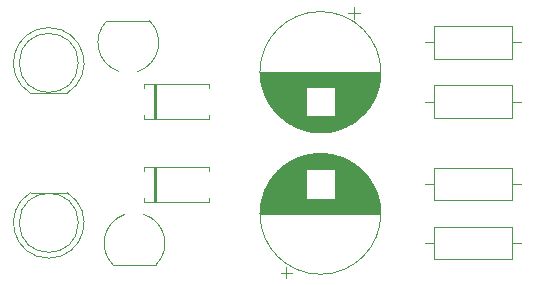
<source format=gbr>
G04 #@! TF.GenerationSoftware,KiCad,Pcbnew,5.1.4-e60b266~84~ubuntu18.04.1*
G04 #@! TF.CreationDate,2019-12-16T22:47:14+01:00*
G04 #@! TF.ProjectId,astabile-kippstufe,61737461-6269-46c6-952d-6b6970707374,rev?*
G04 #@! TF.SameCoordinates,PX754d4c0PY5f5e100*
G04 #@! TF.FileFunction,Legend,Top*
G04 #@! TF.FilePolarity,Positive*
%FSLAX46Y46*%
G04 Gerber Fmt 4.6, Leading zero omitted, Abs format (unit mm)*
G04 Created by KiCad (PCBNEW 5.1.4-e60b266~84~ubuntu18.04.1) date 2019-12-16 22:47:14*
%MOMM*%
%LPD*%
G04 APERTURE LIST*
%ADD10C,0.120000*%
G04 APERTURE END LIST*
D10*
X34120000Y10500000D02*
G75*
G03X34120000Y10500000I-5120000J0D01*
G01*
X23920000Y10500000D02*
X34080000Y10500000D01*
X23920000Y10540000D02*
X34080000Y10540000D01*
X23920000Y10580000D02*
X34080000Y10580000D01*
X23921000Y10620000D02*
X34079000Y10620000D01*
X23922000Y10660000D02*
X34078000Y10660000D01*
X23923000Y10700000D02*
X34077000Y10700000D01*
X23925000Y10740000D02*
X34075000Y10740000D01*
X23927000Y10780000D02*
X34073000Y10780000D01*
X23930000Y10820000D02*
X34070000Y10820000D01*
X23932000Y10860000D02*
X34068000Y10860000D01*
X23935000Y10900000D02*
X34065000Y10900000D01*
X23938000Y10940000D02*
X34062000Y10940000D01*
X23942000Y10980000D02*
X34058000Y10980000D01*
X23946000Y11020000D02*
X34054000Y11020000D01*
X23950000Y11060000D02*
X34050000Y11060000D01*
X23955000Y11100000D02*
X34045000Y11100000D01*
X23960000Y11140000D02*
X34040000Y11140000D01*
X23965000Y11180000D02*
X34035000Y11180000D01*
X23970000Y11221000D02*
X34030000Y11221000D01*
X23976000Y11261000D02*
X34024000Y11261000D01*
X23982000Y11301000D02*
X34018000Y11301000D01*
X23989000Y11341000D02*
X34011000Y11341000D01*
X23996000Y11381000D02*
X34004000Y11381000D01*
X24003000Y11421000D02*
X33997000Y11421000D01*
X24010000Y11461000D02*
X33990000Y11461000D01*
X24018000Y11501000D02*
X33982000Y11501000D01*
X24026000Y11541000D02*
X33974000Y11541000D01*
X24035000Y11581000D02*
X33965000Y11581000D01*
X24044000Y11621000D02*
X33956000Y11621000D01*
X24053000Y11661000D02*
X33947000Y11661000D01*
X24062000Y11701000D02*
X33938000Y11701000D01*
X24072000Y11741000D02*
X33928000Y11741000D01*
X24082000Y11781000D02*
X27759000Y11781000D01*
X30241000Y11781000D02*
X33918000Y11781000D01*
X24093000Y11821000D02*
X27759000Y11821000D01*
X30241000Y11821000D02*
X33907000Y11821000D01*
X24103000Y11861000D02*
X27759000Y11861000D01*
X30241000Y11861000D02*
X33897000Y11861000D01*
X24115000Y11901000D02*
X27759000Y11901000D01*
X30241000Y11901000D02*
X33885000Y11901000D01*
X24126000Y11941000D02*
X27759000Y11941000D01*
X30241000Y11941000D02*
X33874000Y11941000D01*
X24138000Y11981000D02*
X27759000Y11981000D01*
X30241000Y11981000D02*
X33862000Y11981000D01*
X24150000Y12021000D02*
X27759000Y12021000D01*
X30241000Y12021000D02*
X33850000Y12021000D01*
X24163000Y12061000D02*
X27759000Y12061000D01*
X30241000Y12061000D02*
X33837000Y12061000D01*
X24176000Y12101000D02*
X27759000Y12101000D01*
X30241000Y12101000D02*
X33824000Y12101000D01*
X24189000Y12141000D02*
X27759000Y12141000D01*
X30241000Y12141000D02*
X33811000Y12141000D01*
X24203000Y12181000D02*
X27759000Y12181000D01*
X30241000Y12181000D02*
X33797000Y12181000D01*
X24217000Y12221000D02*
X27759000Y12221000D01*
X30241000Y12221000D02*
X33783000Y12221000D01*
X24232000Y12261000D02*
X27759000Y12261000D01*
X30241000Y12261000D02*
X33768000Y12261000D01*
X24246000Y12301000D02*
X27759000Y12301000D01*
X30241000Y12301000D02*
X33754000Y12301000D01*
X24262000Y12341000D02*
X27759000Y12341000D01*
X30241000Y12341000D02*
X33738000Y12341000D01*
X24277000Y12381000D02*
X27759000Y12381000D01*
X30241000Y12381000D02*
X33723000Y12381000D01*
X24293000Y12421000D02*
X27759000Y12421000D01*
X30241000Y12421000D02*
X33707000Y12421000D01*
X24310000Y12461000D02*
X27759000Y12461000D01*
X30241000Y12461000D02*
X33690000Y12461000D01*
X24326000Y12501000D02*
X27759000Y12501000D01*
X30241000Y12501000D02*
X33674000Y12501000D01*
X24343000Y12541000D02*
X27759000Y12541000D01*
X30241000Y12541000D02*
X33657000Y12541000D01*
X24361000Y12581000D02*
X27759000Y12581000D01*
X30241000Y12581000D02*
X33639000Y12581000D01*
X24379000Y12621000D02*
X27759000Y12621000D01*
X30241000Y12621000D02*
X33621000Y12621000D01*
X24397000Y12661000D02*
X27759000Y12661000D01*
X30241000Y12661000D02*
X33603000Y12661000D01*
X24416000Y12701000D02*
X27759000Y12701000D01*
X30241000Y12701000D02*
X33584000Y12701000D01*
X24436000Y12741000D02*
X27759000Y12741000D01*
X30241000Y12741000D02*
X33564000Y12741000D01*
X24455000Y12781000D02*
X27759000Y12781000D01*
X30241000Y12781000D02*
X33545000Y12781000D01*
X24475000Y12821000D02*
X27759000Y12821000D01*
X30241000Y12821000D02*
X33525000Y12821000D01*
X24496000Y12861000D02*
X27759000Y12861000D01*
X30241000Y12861000D02*
X33504000Y12861000D01*
X24517000Y12901000D02*
X27759000Y12901000D01*
X30241000Y12901000D02*
X33483000Y12901000D01*
X24538000Y12941000D02*
X27759000Y12941000D01*
X30241000Y12941000D02*
X33462000Y12941000D01*
X24560000Y12981000D02*
X27759000Y12981000D01*
X30241000Y12981000D02*
X33440000Y12981000D01*
X24583000Y13021000D02*
X27759000Y13021000D01*
X30241000Y13021000D02*
X33417000Y13021000D01*
X24605000Y13061000D02*
X27759000Y13061000D01*
X30241000Y13061000D02*
X33395000Y13061000D01*
X24629000Y13101000D02*
X27759000Y13101000D01*
X30241000Y13101000D02*
X33371000Y13101000D01*
X24653000Y13141000D02*
X27759000Y13141000D01*
X30241000Y13141000D02*
X33347000Y13141000D01*
X24677000Y13181000D02*
X27759000Y13181000D01*
X30241000Y13181000D02*
X33323000Y13181000D01*
X24702000Y13221000D02*
X27759000Y13221000D01*
X30241000Y13221000D02*
X33298000Y13221000D01*
X24727000Y13261000D02*
X27759000Y13261000D01*
X30241000Y13261000D02*
X33273000Y13261000D01*
X24753000Y13301000D02*
X27759000Y13301000D01*
X30241000Y13301000D02*
X33247000Y13301000D01*
X24779000Y13341000D02*
X27759000Y13341000D01*
X30241000Y13341000D02*
X33221000Y13341000D01*
X24806000Y13381000D02*
X27759000Y13381000D01*
X30241000Y13381000D02*
X33194000Y13381000D01*
X24834000Y13421000D02*
X27759000Y13421000D01*
X30241000Y13421000D02*
X33166000Y13421000D01*
X24862000Y13461000D02*
X27759000Y13461000D01*
X30241000Y13461000D02*
X33138000Y13461000D01*
X24890000Y13501000D02*
X27759000Y13501000D01*
X30241000Y13501000D02*
X33110000Y13501000D01*
X24920000Y13541000D02*
X27759000Y13541000D01*
X30241000Y13541000D02*
X33080000Y13541000D01*
X24950000Y13581000D02*
X27759000Y13581000D01*
X30241000Y13581000D02*
X33050000Y13581000D01*
X24980000Y13621000D02*
X27759000Y13621000D01*
X30241000Y13621000D02*
X33020000Y13621000D01*
X25011000Y13661000D02*
X27759000Y13661000D01*
X30241000Y13661000D02*
X32989000Y13661000D01*
X25043000Y13701000D02*
X27759000Y13701000D01*
X30241000Y13701000D02*
X32957000Y13701000D01*
X25075000Y13741000D02*
X27759000Y13741000D01*
X30241000Y13741000D02*
X32925000Y13741000D01*
X25108000Y13781000D02*
X27759000Y13781000D01*
X30241000Y13781000D02*
X32892000Y13781000D01*
X25142000Y13821000D02*
X27759000Y13821000D01*
X30241000Y13821000D02*
X32858000Y13821000D01*
X25176000Y13861000D02*
X27759000Y13861000D01*
X30241000Y13861000D02*
X32824000Y13861000D01*
X25211000Y13901000D02*
X27759000Y13901000D01*
X30241000Y13901000D02*
X32789000Y13901000D01*
X25247000Y13941000D02*
X27759000Y13941000D01*
X30241000Y13941000D02*
X32753000Y13941000D01*
X25284000Y13981000D02*
X27759000Y13981000D01*
X30241000Y13981000D02*
X32716000Y13981000D01*
X25321000Y14021000D02*
X27759000Y14021000D01*
X30241000Y14021000D02*
X32679000Y14021000D01*
X25360000Y14061000D02*
X27759000Y14061000D01*
X30241000Y14061000D02*
X32640000Y14061000D01*
X25399000Y14101000D02*
X27759000Y14101000D01*
X30241000Y14101000D02*
X32601000Y14101000D01*
X25439000Y14141000D02*
X27759000Y14141000D01*
X30241000Y14141000D02*
X32561000Y14141000D01*
X25480000Y14181000D02*
X27759000Y14181000D01*
X30241000Y14181000D02*
X32520000Y14181000D01*
X25522000Y14221000D02*
X27759000Y14221000D01*
X30241000Y14221000D02*
X32478000Y14221000D01*
X25564000Y14261000D02*
X32436000Y14261000D01*
X25608000Y14301000D02*
X32392000Y14301000D01*
X25653000Y14341000D02*
X32347000Y14341000D01*
X25699000Y14381000D02*
X32301000Y14381000D01*
X25746000Y14421000D02*
X32254000Y14421000D01*
X25794000Y14461000D02*
X32206000Y14461000D01*
X25844000Y14501000D02*
X32156000Y14501000D01*
X25894000Y14541000D02*
X32106000Y14541000D01*
X25946000Y14581000D02*
X32054000Y14581000D01*
X26000000Y14621000D02*
X32000000Y14621000D01*
X26055000Y14661000D02*
X31945000Y14661000D01*
X26111000Y14701000D02*
X31889000Y14701000D01*
X26170000Y14741000D02*
X31830000Y14741000D01*
X26230000Y14781000D02*
X31770000Y14781000D01*
X26291000Y14821000D02*
X31709000Y14821000D01*
X26355000Y14861000D02*
X31645000Y14861000D01*
X26421000Y14901000D02*
X31579000Y14901000D01*
X26490000Y14941000D02*
X31510000Y14941000D01*
X26561000Y14981000D02*
X31439000Y14981000D01*
X26635000Y15021000D02*
X31365000Y15021000D01*
X26711000Y15061000D02*
X31289000Y15061000D01*
X26791000Y15101000D02*
X31209000Y15101000D01*
X26875000Y15141000D02*
X31125000Y15141000D01*
X26963000Y15181000D02*
X31037000Y15181000D01*
X27056000Y15221000D02*
X30944000Y15221000D01*
X27154000Y15261000D02*
X30846000Y15261000D01*
X27258000Y15301000D02*
X30742000Y15301000D01*
X27370000Y15341000D02*
X30630000Y15341000D01*
X27490000Y15381000D02*
X30510000Y15381000D01*
X27622000Y15421000D02*
X30378000Y15421000D01*
X27770000Y15461000D02*
X30230000Y15461000D01*
X27938000Y15501000D02*
X30062000Y15501000D01*
X28138000Y15541000D02*
X29862000Y15541000D01*
X28401000Y15581000D02*
X29599000Y15581000D01*
X26125000Y5020354D02*
X26125000Y6020354D01*
X25625000Y5520354D02*
X26625000Y5520354D01*
X34120000Y22500000D02*
G75*
G03X34120000Y22500000I-5120000J0D01*
G01*
X34080000Y22500000D02*
X23920000Y22500000D01*
X34080000Y22460000D02*
X23920000Y22460000D01*
X34080000Y22420000D02*
X23920000Y22420000D01*
X34079000Y22380000D02*
X23921000Y22380000D01*
X34078000Y22340000D02*
X23922000Y22340000D01*
X34077000Y22300000D02*
X23923000Y22300000D01*
X34075000Y22260000D02*
X23925000Y22260000D01*
X34073000Y22220000D02*
X23927000Y22220000D01*
X34070000Y22180000D02*
X23930000Y22180000D01*
X34068000Y22140000D02*
X23932000Y22140000D01*
X34065000Y22100000D02*
X23935000Y22100000D01*
X34062000Y22060000D02*
X23938000Y22060000D01*
X34058000Y22020000D02*
X23942000Y22020000D01*
X34054000Y21980000D02*
X23946000Y21980000D01*
X34050000Y21940000D02*
X23950000Y21940000D01*
X34045000Y21900000D02*
X23955000Y21900000D01*
X34040000Y21860000D02*
X23960000Y21860000D01*
X34035000Y21820000D02*
X23965000Y21820000D01*
X34030000Y21779000D02*
X23970000Y21779000D01*
X34024000Y21739000D02*
X23976000Y21739000D01*
X34018000Y21699000D02*
X23982000Y21699000D01*
X34011000Y21659000D02*
X23989000Y21659000D01*
X34004000Y21619000D02*
X23996000Y21619000D01*
X33997000Y21579000D02*
X24003000Y21579000D01*
X33990000Y21539000D02*
X24010000Y21539000D01*
X33982000Y21499000D02*
X24018000Y21499000D01*
X33974000Y21459000D02*
X24026000Y21459000D01*
X33965000Y21419000D02*
X24035000Y21419000D01*
X33956000Y21379000D02*
X24044000Y21379000D01*
X33947000Y21339000D02*
X24053000Y21339000D01*
X33938000Y21299000D02*
X24062000Y21299000D01*
X33928000Y21259000D02*
X24072000Y21259000D01*
X33918000Y21219000D02*
X30241000Y21219000D01*
X27759000Y21219000D02*
X24082000Y21219000D01*
X33907000Y21179000D02*
X30241000Y21179000D01*
X27759000Y21179000D02*
X24093000Y21179000D01*
X33897000Y21139000D02*
X30241000Y21139000D01*
X27759000Y21139000D02*
X24103000Y21139000D01*
X33885000Y21099000D02*
X30241000Y21099000D01*
X27759000Y21099000D02*
X24115000Y21099000D01*
X33874000Y21059000D02*
X30241000Y21059000D01*
X27759000Y21059000D02*
X24126000Y21059000D01*
X33862000Y21019000D02*
X30241000Y21019000D01*
X27759000Y21019000D02*
X24138000Y21019000D01*
X33850000Y20979000D02*
X30241000Y20979000D01*
X27759000Y20979000D02*
X24150000Y20979000D01*
X33837000Y20939000D02*
X30241000Y20939000D01*
X27759000Y20939000D02*
X24163000Y20939000D01*
X33824000Y20899000D02*
X30241000Y20899000D01*
X27759000Y20899000D02*
X24176000Y20899000D01*
X33811000Y20859000D02*
X30241000Y20859000D01*
X27759000Y20859000D02*
X24189000Y20859000D01*
X33797000Y20819000D02*
X30241000Y20819000D01*
X27759000Y20819000D02*
X24203000Y20819000D01*
X33783000Y20779000D02*
X30241000Y20779000D01*
X27759000Y20779000D02*
X24217000Y20779000D01*
X33768000Y20739000D02*
X30241000Y20739000D01*
X27759000Y20739000D02*
X24232000Y20739000D01*
X33754000Y20699000D02*
X30241000Y20699000D01*
X27759000Y20699000D02*
X24246000Y20699000D01*
X33738000Y20659000D02*
X30241000Y20659000D01*
X27759000Y20659000D02*
X24262000Y20659000D01*
X33723000Y20619000D02*
X30241000Y20619000D01*
X27759000Y20619000D02*
X24277000Y20619000D01*
X33707000Y20579000D02*
X30241000Y20579000D01*
X27759000Y20579000D02*
X24293000Y20579000D01*
X33690000Y20539000D02*
X30241000Y20539000D01*
X27759000Y20539000D02*
X24310000Y20539000D01*
X33674000Y20499000D02*
X30241000Y20499000D01*
X27759000Y20499000D02*
X24326000Y20499000D01*
X33657000Y20459000D02*
X30241000Y20459000D01*
X27759000Y20459000D02*
X24343000Y20459000D01*
X33639000Y20419000D02*
X30241000Y20419000D01*
X27759000Y20419000D02*
X24361000Y20419000D01*
X33621000Y20379000D02*
X30241000Y20379000D01*
X27759000Y20379000D02*
X24379000Y20379000D01*
X33603000Y20339000D02*
X30241000Y20339000D01*
X27759000Y20339000D02*
X24397000Y20339000D01*
X33584000Y20299000D02*
X30241000Y20299000D01*
X27759000Y20299000D02*
X24416000Y20299000D01*
X33564000Y20259000D02*
X30241000Y20259000D01*
X27759000Y20259000D02*
X24436000Y20259000D01*
X33545000Y20219000D02*
X30241000Y20219000D01*
X27759000Y20219000D02*
X24455000Y20219000D01*
X33525000Y20179000D02*
X30241000Y20179000D01*
X27759000Y20179000D02*
X24475000Y20179000D01*
X33504000Y20139000D02*
X30241000Y20139000D01*
X27759000Y20139000D02*
X24496000Y20139000D01*
X33483000Y20099000D02*
X30241000Y20099000D01*
X27759000Y20099000D02*
X24517000Y20099000D01*
X33462000Y20059000D02*
X30241000Y20059000D01*
X27759000Y20059000D02*
X24538000Y20059000D01*
X33440000Y20019000D02*
X30241000Y20019000D01*
X27759000Y20019000D02*
X24560000Y20019000D01*
X33417000Y19979000D02*
X30241000Y19979000D01*
X27759000Y19979000D02*
X24583000Y19979000D01*
X33395000Y19939000D02*
X30241000Y19939000D01*
X27759000Y19939000D02*
X24605000Y19939000D01*
X33371000Y19899000D02*
X30241000Y19899000D01*
X27759000Y19899000D02*
X24629000Y19899000D01*
X33347000Y19859000D02*
X30241000Y19859000D01*
X27759000Y19859000D02*
X24653000Y19859000D01*
X33323000Y19819000D02*
X30241000Y19819000D01*
X27759000Y19819000D02*
X24677000Y19819000D01*
X33298000Y19779000D02*
X30241000Y19779000D01*
X27759000Y19779000D02*
X24702000Y19779000D01*
X33273000Y19739000D02*
X30241000Y19739000D01*
X27759000Y19739000D02*
X24727000Y19739000D01*
X33247000Y19699000D02*
X30241000Y19699000D01*
X27759000Y19699000D02*
X24753000Y19699000D01*
X33221000Y19659000D02*
X30241000Y19659000D01*
X27759000Y19659000D02*
X24779000Y19659000D01*
X33194000Y19619000D02*
X30241000Y19619000D01*
X27759000Y19619000D02*
X24806000Y19619000D01*
X33166000Y19579000D02*
X30241000Y19579000D01*
X27759000Y19579000D02*
X24834000Y19579000D01*
X33138000Y19539000D02*
X30241000Y19539000D01*
X27759000Y19539000D02*
X24862000Y19539000D01*
X33110000Y19499000D02*
X30241000Y19499000D01*
X27759000Y19499000D02*
X24890000Y19499000D01*
X33080000Y19459000D02*
X30241000Y19459000D01*
X27759000Y19459000D02*
X24920000Y19459000D01*
X33050000Y19419000D02*
X30241000Y19419000D01*
X27759000Y19419000D02*
X24950000Y19419000D01*
X33020000Y19379000D02*
X30241000Y19379000D01*
X27759000Y19379000D02*
X24980000Y19379000D01*
X32989000Y19339000D02*
X30241000Y19339000D01*
X27759000Y19339000D02*
X25011000Y19339000D01*
X32957000Y19299000D02*
X30241000Y19299000D01*
X27759000Y19299000D02*
X25043000Y19299000D01*
X32925000Y19259000D02*
X30241000Y19259000D01*
X27759000Y19259000D02*
X25075000Y19259000D01*
X32892000Y19219000D02*
X30241000Y19219000D01*
X27759000Y19219000D02*
X25108000Y19219000D01*
X32858000Y19179000D02*
X30241000Y19179000D01*
X27759000Y19179000D02*
X25142000Y19179000D01*
X32824000Y19139000D02*
X30241000Y19139000D01*
X27759000Y19139000D02*
X25176000Y19139000D01*
X32789000Y19099000D02*
X30241000Y19099000D01*
X27759000Y19099000D02*
X25211000Y19099000D01*
X32753000Y19059000D02*
X30241000Y19059000D01*
X27759000Y19059000D02*
X25247000Y19059000D01*
X32716000Y19019000D02*
X30241000Y19019000D01*
X27759000Y19019000D02*
X25284000Y19019000D01*
X32679000Y18979000D02*
X30241000Y18979000D01*
X27759000Y18979000D02*
X25321000Y18979000D01*
X32640000Y18939000D02*
X30241000Y18939000D01*
X27759000Y18939000D02*
X25360000Y18939000D01*
X32601000Y18899000D02*
X30241000Y18899000D01*
X27759000Y18899000D02*
X25399000Y18899000D01*
X32561000Y18859000D02*
X30241000Y18859000D01*
X27759000Y18859000D02*
X25439000Y18859000D01*
X32520000Y18819000D02*
X30241000Y18819000D01*
X27759000Y18819000D02*
X25480000Y18819000D01*
X32478000Y18779000D02*
X30241000Y18779000D01*
X27759000Y18779000D02*
X25522000Y18779000D01*
X32436000Y18739000D02*
X25564000Y18739000D01*
X32392000Y18699000D02*
X25608000Y18699000D01*
X32347000Y18659000D02*
X25653000Y18659000D01*
X32301000Y18619000D02*
X25699000Y18619000D01*
X32254000Y18579000D02*
X25746000Y18579000D01*
X32206000Y18539000D02*
X25794000Y18539000D01*
X32156000Y18499000D02*
X25844000Y18499000D01*
X32106000Y18459000D02*
X25894000Y18459000D01*
X32054000Y18419000D02*
X25946000Y18419000D01*
X32000000Y18379000D02*
X26000000Y18379000D01*
X31945000Y18339000D02*
X26055000Y18339000D01*
X31889000Y18299000D02*
X26111000Y18299000D01*
X31830000Y18259000D02*
X26170000Y18259000D01*
X31770000Y18219000D02*
X26230000Y18219000D01*
X31709000Y18179000D02*
X26291000Y18179000D01*
X31645000Y18139000D02*
X26355000Y18139000D01*
X31579000Y18099000D02*
X26421000Y18099000D01*
X31510000Y18059000D02*
X26490000Y18059000D01*
X31439000Y18019000D02*
X26561000Y18019000D01*
X31365000Y17979000D02*
X26635000Y17979000D01*
X31289000Y17939000D02*
X26711000Y17939000D01*
X31209000Y17899000D02*
X26791000Y17899000D01*
X31125000Y17859000D02*
X26875000Y17859000D01*
X31037000Y17819000D02*
X26963000Y17819000D01*
X30944000Y17779000D02*
X27056000Y17779000D01*
X30846000Y17739000D02*
X27154000Y17739000D01*
X30742000Y17699000D02*
X27258000Y17699000D01*
X30630000Y17659000D02*
X27370000Y17659000D01*
X30510000Y17619000D02*
X27490000Y17619000D01*
X30378000Y17579000D02*
X27622000Y17579000D01*
X30230000Y17539000D02*
X27770000Y17539000D01*
X30062000Y17499000D02*
X27938000Y17499000D01*
X29862000Y17459000D02*
X28138000Y17459000D01*
X29599000Y17419000D02*
X28401000Y17419000D01*
X31875000Y27979646D02*
X31875000Y26979646D01*
X32375000Y27479646D02*
X31375000Y27479646D01*
X14090000Y14140000D02*
X14090000Y14470000D01*
X14090000Y14470000D02*
X19530000Y14470000D01*
X19530000Y14470000D02*
X19530000Y14140000D01*
X14090000Y11860000D02*
X14090000Y11530000D01*
X14090000Y11530000D02*
X19530000Y11530000D01*
X19530000Y11530000D02*
X19530000Y11860000D01*
X14990000Y14470000D02*
X14990000Y11530000D01*
X15110000Y14470000D02*
X15110000Y11530000D01*
X14870000Y14470000D02*
X14870000Y11530000D01*
X14090000Y21140000D02*
X14090000Y21470000D01*
X14090000Y21470000D02*
X19530000Y21470000D01*
X19530000Y21470000D02*
X19530000Y21140000D01*
X14090000Y18860000D02*
X14090000Y18530000D01*
X14090000Y18530000D02*
X19530000Y18530000D01*
X19530000Y18530000D02*
X19530000Y18860000D01*
X14990000Y21470000D02*
X14990000Y18530000D01*
X15110000Y21470000D02*
X15110000Y18530000D01*
X14870000Y21470000D02*
X14870000Y18530000D01*
X45190000Y6630000D02*
X45190000Y9370000D01*
X45190000Y9370000D02*
X38650000Y9370000D01*
X38650000Y9370000D02*
X38650000Y6630000D01*
X38650000Y6630000D02*
X45190000Y6630000D01*
X45960000Y8000000D02*
X45190000Y8000000D01*
X37880000Y8000000D02*
X38650000Y8000000D01*
X45190000Y11630000D02*
X45190000Y14370000D01*
X45190000Y14370000D02*
X38650000Y14370000D01*
X38650000Y14370000D02*
X38650000Y11630000D01*
X38650000Y11630000D02*
X45190000Y11630000D01*
X45960000Y13000000D02*
X45190000Y13000000D01*
X37880000Y13000000D02*
X38650000Y13000000D01*
X45190000Y18630000D02*
X45190000Y21370000D01*
X45190000Y21370000D02*
X38650000Y21370000D01*
X38650000Y21370000D02*
X38650000Y18630000D01*
X38650000Y18630000D02*
X45190000Y18630000D01*
X45960000Y20000000D02*
X45190000Y20000000D01*
X37880000Y20000000D02*
X38650000Y20000000D01*
X45190000Y23630000D02*
X45190000Y26370000D01*
X45190000Y26370000D02*
X38650000Y26370000D01*
X38650000Y26370000D02*
X38650000Y23630000D01*
X38650000Y23630000D02*
X45190000Y23630000D01*
X45960000Y25000000D02*
X45190000Y25000000D01*
X37880000Y25000000D02*
X38650000Y25000000D01*
X11470000Y6150000D02*
X15070000Y6150000D01*
X11458547Y6157844D02*
G75*
G02X12450000Y10450000I1811453J1842156D01*
G01*
X15078445Y6172316D02*
G75*
G03X14050000Y10450000I-1808445J1827684D01*
G01*
X14530000Y26850000D02*
X10930000Y26850000D01*
X14541453Y26842156D02*
G75*
G02X13550000Y22550000I-1811453J-1842156D01*
G01*
X10921555Y26827684D02*
G75*
G03X11950000Y22550000I1808445J-1827684D01*
G01*
X5999538Y6740000D02*
G75*
G03X7544830Y12290000I462J2990000D01*
G01*
X6000462Y6740000D02*
G75*
G02X4455170Y12290000I-462J2990000D01*
G01*
X8500000Y9730000D02*
G75*
G03X8500000Y9730000I-2500000J0D01*
G01*
X7545000Y12290000D02*
X4455000Y12290000D01*
X6000462Y26260000D02*
G75*
G03X4455170Y20710000I-462J-2990000D01*
G01*
X5999538Y26260000D02*
G75*
G02X7544830Y20710000I462J-2990000D01*
G01*
X8500000Y23270000D02*
G75*
G03X8500000Y23270000I-2500000J0D01*
G01*
X4455000Y20710000D02*
X7545000Y20710000D01*
M02*

</source>
